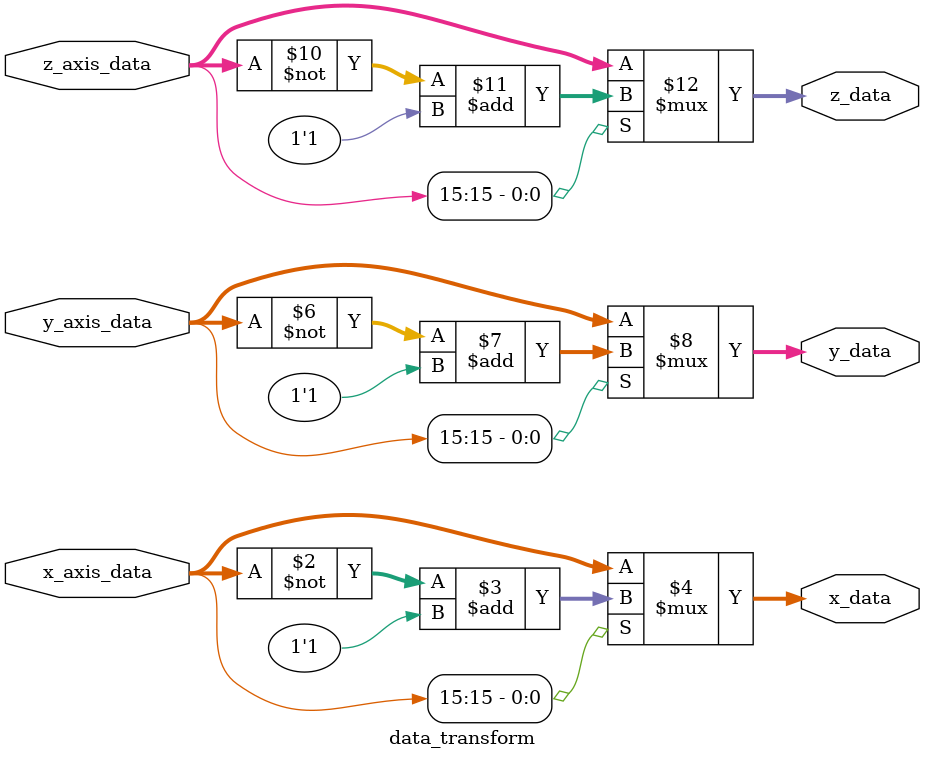
<source format=v>
module data_transform (
    input [15:0] x_axis_data,
    input [15:0] y_axis_data,
    input [15:0] z_axis_data,
    output [15:0] x_data,
    output [15:0] y_data,
    output [15:0] z_data
);

    assign x_data = (x_axis_data[15] == 1'b1) ? ((~(x_axis_data))+1'b1) : x_axis_data;
    assign y_data = (y_axis_data[15] == 1'b1) ? ((~(y_axis_data))+1'b1) : y_axis_data;
    assign z_data = (z_axis_data[15] == 1'b1) ? ((~(z_axis_data))+1'b1) : z_axis_data;
    
endmodule
</source>
